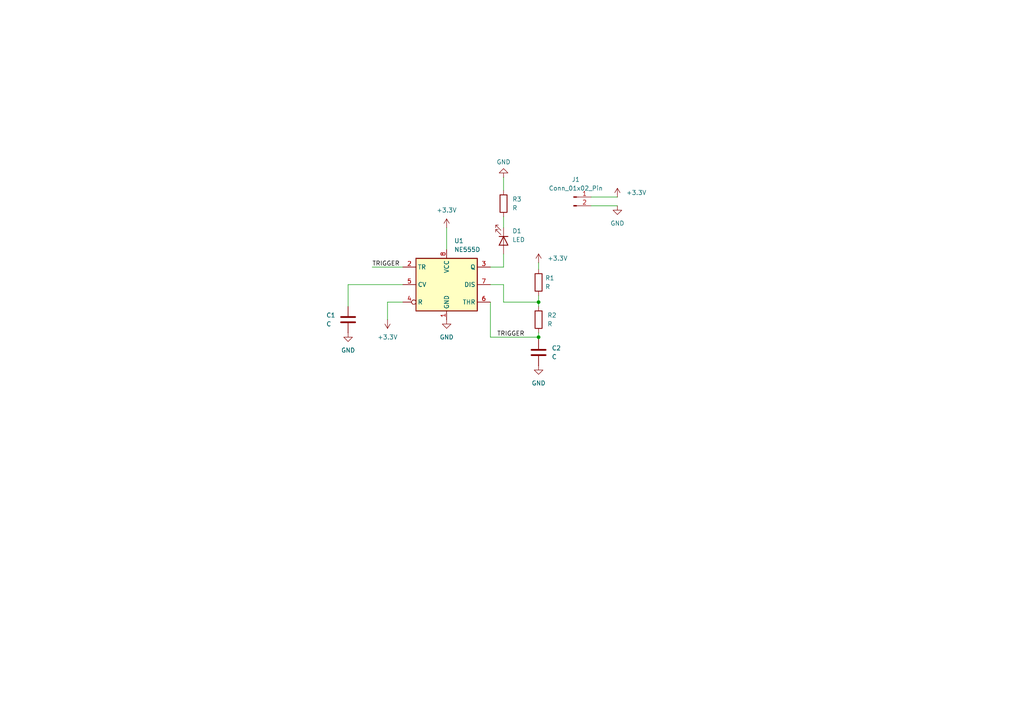
<source format=kicad_sch>
(kicad_sch (version 20231120) (generator "eeschema") (generator_version "8.0")
  (paper "A4")
  (lib_symbols
    (symbol "Connector:Conn_01x02_Pin" (pin_names (offset 1.016) hide)
      (property "Reference" "J" (at 0 2.54 0))
      (property "Value" "Conn_01x02_Pin" (at 0 -5.08 0))
      (symbol "Conn_01x02_Pin_1_1"
        (polyline (pts (xy 1.27 -2.54) (xy 0.8636 -2.54)) (stroke (width 0.1524)))
        (polyline (pts (xy 1.27 0) (xy 0.8636 0)) (stroke (width 0.1524)))
        (rectangle (start 0.8636 -2.413) (end 0 -2.667) (stroke (width 0.1524)) (fill (type outline)))
        (rectangle (start 0.8636 0.127) (end 0 -0.127) (stroke (width 0.1524)) (fill (type outline)))
        (pin passive line (at 5.08 0 180) (length 3.81) (name "Pin_1") (number "1"))
        (pin passive line (at 5.08 -2.54 180) (length 3.81) (name "Pin_2") (number "2"))
      )
    )
    (symbol "Device:C" (pin_numbers hide) (pin_names (offset 0.254))
      (property "Reference" "C" (at 0.635 2.54 0))
      (property "Value" "C" (at 0.635 -2.54 0))
      (symbol "C_0_1"
        (polyline (pts (xy -2.032 -0.762) (xy 2.032 -0.762)) (stroke (width 0.508)))
        (polyline (pts (xy -2.032 0.762) (xy 2.032 0.762)) (stroke (width 0.508)))
      )
      (symbol "C_1_1"
        (pin passive line (at 0 3.81 270) (length 2.794) (name "~") (number "1"))
        (pin passive line (at 0 -3.81 90) (length 2.794) (name "~") (number "2"))
      )
    )
    (symbol "Device:LED" (pin_numbers hide) (pin_names (offset 1.016) hide)
      (property "Reference" "D" (at 0 2.54 0))
      (property "Value" "LED" (at 0 -2.54 0))
      (symbol "LED_0_1"
        (polyline (pts (xy -1.27 -1.27) (xy -1.27 1.27)) (stroke (width 0.254)))
        (polyline (pts (xy -1.27 0) (xy 1.27 0)))
        (polyline (pts (xy 1.27 -1.27) (xy 1.27 1.27) (xy -1.27 0) (xy 1.27 -1.27)) (stroke (width 0.254)))
        (polyline (pts (xy -3.048 -0.762) (xy -4.572 -2.286) (xy -3.81 -2.286) (xy -4.572 -2.286) (xy -4.572 -1.524)))
        (polyline (pts (xy -1.778 -0.762) (xy -3.302 -2.286) (xy -2.54 -2.286) (xy -3.302 -2.286) (xy -3.302 -1.524)))
      )
      (symbol "LED_1_1"
        (pin passive line (at -3.81 0 0) (length 2.54) (name "K") (number "1"))
        (pin passive line (at 3.81 0 180) (length 2.54) (name "A") (number "2"))
      )
    )
    (symbol "Device:R" (pin_numbers hide) (pin_names (offset 0))
      (property "Reference" "R" (at 2.032 0 90))
      (property "Value" "R" (at 0 0 90))
      (symbol "R_0_1"
        (rectangle (start -1.016 -2.54) (end 1.016 2.54) (stroke (width 0.254)))
      )
      (symbol "R_1_1"
        (pin passive line (at 0 3.81 270) (length 1.27) (name "~") (number "1"))
        (pin passive line (at 0 -3.81 90) (length 1.27) (name "~") (number "2"))
      )
    )
    (symbol "Timer:NE555D"
      (property "Reference" "U" (at -10.16 8.89 0))
      (property "Value" "NE555D" (at 2.54 8.89 0))
      (symbol "NE555D_0_0"
        (pin power_in line (at 0 -10.16 90) (length 2.54) (name "GND") (number "1"))
        (pin power_in line (at 0 10.16 270) (length 2.54) (name "VCC") (number "8"))
      )
      (symbol "NE555D_0_1"
        (rectangle (start -8.89 -7.62) (end 8.89 7.62) (stroke (width 0.254)) (fill (type background)))
        (rectangle (start -8.89 -7.62) (end 8.89 7.62) (stroke (width 0.254)) (fill (type background)))
      )
      (symbol "NE555D_1_1"
        (pin input line (at -12.7 5.08 0) (length 3.81) (name "TR") (number "2"))
        (pin output line (at 12.7 5.08 180) (length 3.81) (name "Q") (number "3"))
        (pin input inverted (at -12.7 -5.08 0) (length 3.81) (name "R") (number "4"))
        (pin input line (at -12.7 0 0) (length 3.81) (name "CV") (number "5"))
        (pin input line (at 12.7 -5.08 180) (length 3.81) (name "THR") (number "6"))
        (pin input line (at 12.7 0 180) (length 3.81) (name "DIS") (number "7"))
      )
    )
    (symbol "power:+3.3V" (power) (pin_numbers hide) (pin_names (offset 0) hide)
      (property "Value" "+3.3V" (at 0 3.556 0))
      (symbol "+3.3V_0_1"
        (polyline (pts (xy -0.762 1.27) (xy 0 2.54)))
        (polyline (pts (xy 0 0) (xy 0 2.54)))
        (polyline (pts (xy 0 2.54) (xy 0.762 1.27)))
      )
      (symbol "+3.3V_1_1"
        (pin power_in line (at 0 0 90) (length 0) (name "~") (number "1"))
      )
    )
    (symbol "power:GND" (power) (pin_numbers hide) (pin_names (offset 0) hide)
      (property "Value" "GND" (at 0 -3.81 0))
      (symbol "GND_0_1"
        (polyline (pts (xy 0 0) (xy 0 -1.27) (xy 1.27 -1.27) (xy 0 -2.54) (xy -1.27 -1.27) (xy 0 -1.27)))
      )
      (symbol "GND_1_1"
        (pin power_in line (at 0 0 270) (length 0) (name "~") (number "1"))
      )
    )
  )
  (junction (at 156.21 97.79))
  (junction (at 156.21 87.63))
  (wire (pts (xy 146.05 87.63) (xy 146.05 82.55)))
  (wire (pts (xy 116.84 87.63) (xy 112.395 87.63)))
  (wire (pts (xy 171.45 57.15) (xy 179.07 57.15)))
  (wire (pts (xy 156.21 87.63) (xy 156.21 88.9)))
  (wire (pts (xy 146.05 51.435) (xy 146.05 55.245)))
  (wire (pts (xy 146.05 62.865) (xy 146.05 66.04)))
  (wire (pts (xy 129.54 66.04) (xy 129.54 72.39)))
  (wire (pts (xy 100.965 82.55) (xy 100.965 88.9)))
  (wire (pts (xy 156.21 85.725) (xy 156.21 87.63)))
  (wire (pts (xy 156.21 96.52) (xy 156.21 97.79)))
  (wire (pts (xy 107.95 77.47) (xy 116.84 77.47)))
  (wire (pts (xy 146.05 77.47) (xy 146.05 73.66)))
  (wire (pts (xy 142.24 87.63) (xy 142.24 97.79)))
  (wire (pts (xy 171.45 59.69) (xy 179.07 59.69)))
  (wire (pts (xy 146.05 82.55) (xy 142.24 82.55)))
  (wire (pts (xy 142.24 97.79) (xy 156.21 97.79)))
  (wire (pts (xy 116.84 82.55) (xy 100.965 82.55)))
  (wire (pts (xy 112.395 87.63) (xy 112.395 92.71)))
  (wire (pts (xy 142.24 77.47) (xy 146.05 77.47)))
  (wire (pts (xy 146.05 87.63) (xy 156.21 87.63)))
  (wire (pts (xy 156.21 97.79) (xy 156.21 98.425)))
  (wire (pts (xy 156.21 78.105) (xy 156.21 76.2)))
  (label "TRIGGER" (at 107.95 77.47 0))
  (label "TRIGGER" (at 144.145 97.79 0))
  (symbol (lib_id "Device:LED") (at 146.05 69.85 270) (unit 1)
    (property "Reference" "D1" (at 148.59 66.9924 90) (effects (justify left)))
    (property "Value" "LED" (at 148.59 69.5324 90) (effects (justify left)))
    (property "Footprint" "LED_SMD:LED_1812_4532Metric" (effects (hide yes)))
    (property "Description" "Light emitting diode" (effects (hide yes)))
  )
  (symbol (lib_id "power:GND") (at 179.07 59.69 0) (unit 1)
    (property "Reference" "#PWR08" (effects (hide yes)))
    (property "Value" "GND" (at 179.07 64.77 0))
    (property "Description" "Power symbol creates a global label with name \"GND\" , ground" (effects (hide yes)))
  )
  (symbol (lib_id "power:+3.3V") (at 129.54 66.04 0) (unit 1)
    (property "Reference" "#PWR03" (effects (hide yes)))
    (property "Value" "+3.3V" (at 129.54 60.96 0))
    (property "Description" "Power symbol creates a global label with name \"+3.3V\"" (effects (hide yes)))
  )
  (symbol (lib_id "Device:R") (at 156.21 81.915 180) (unit 1)
    (property "Reference" "R1" (at 158.115 80.6449 0) (effects (justify right)))
    (property "Value" "R" (at 158.115 83.1849 0) (effects (justify right)))
    (property "Footprint" "Resistor_SMD:R_0603_1608Metric" (effects (hide yes)))
    (property "Description" "Resistor" (effects (hide yes)))
  )
  (symbol (lib_id "Device:C") (at 156.21 102.235 0) (unit 1)
    (property "Reference" "C2" (at 160.02 100.9649 0) (effects (justify left)))
    (property "Value" "C" (at 160.02 103.5049 0) (effects (justify left)))
    (property "Footprint" "Capacitor_SMD:C_0603_1608Metric" (effects (hide yes)))
    (property "Description" "Unpolarized capacitor" (effects (hide yes)))
  )
  (symbol (lib_id "power:+3.3V") (at 156.21 76.2 0) (unit 1)
    (property "Reference" "#PWR05" (effects (hide yes)))
    (property "Value" "+3.3V" (at 158.75 74.9299 0) (effects (justify left)))
    (property "Description" "Power symbol creates a global label with name \"+3.3V\"" (effects (hide yes)))
  )
  (symbol (lib_id "Device:C") (at 100.965 92.71 0) (unit 1)
    (property "Reference" "C1" (at 94.615 91.44 0) (effects (justify left)))
    (property "Value" "C" (at 94.615 93.98 0) (effects (justify left)))
    (property "Footprint" "Capacitor_SMD:C_0603_1608Metric" (effects (hide yes)))
    (property "Description" "Unpolarized capacitor" (effects (hide yes)))
  )
  (symbol (lib_id "power:GND") (at 129.54 92.71 0) (unit 1)
    (property "Reference" "#PWR01" (effects (hide yes)))
    (property "Value" "GND" (at 129.54 97.79 0))
    (property "Description" "Power symbol creates a global label with name \"GND\" , ground" (effects (hide yes)))
  )
  (symbol (lib_id "Device:R") (at 146.05 59.055 0) (unit 1)
    (property "Reference" "R3" (at 148.59 57.7849 0) (effects (justify left)))
    (property "Value" "R" (at 148.59 60.3249 0) (effects (justify left)))
    (property "Footprint" "Resistor_SMD:R_0603_1608Metric" (effects (hide yes)))
    (property "Description" "Resistor" (effects (hide yes)))
  )
  (symbol (lib_id "Device:R") (at 156.21 92.71 180) (unit 1)
    (property "Reference" "R2" (at 158.75 91.4399 0) (effects (justify right)))
    (property "Value" "R" (at 158.75 93.9799 0) (effects (justify right)))
    (property "Footprint" "Resistor_SMD:R_0603_1608Metric" (effects (hide yes)))
    (property "Description" "Resistor" (effects (hide yes)))
  )
  (symbol (lib_id "power:+3.3V") (at 179.07 57.15 0) (unit 1)
    (property "Reference" "#PWR09" (effects (hide yes)))
    (property "Value" "+3.3V" (at 181.61 55.8799 0) (effects (justify left)))
    (property "Description" "Power symbol creates a global label with name \"+3.3V\"" (effects (hide yes)))
  )
  (symbol (lib_id "power:+3.3V") (at 112.395 92.71 180) (unit 1)
    (property "Reference" "#PWR04" (effects (hide yes)))
    (property "Value" "+3.3V" (at 112.395 97.79 0))
    (property "Description" "Power symbol creates a global label with name \"+3.3V\"" (effects (hide yes)))
  )
  (symbol (lib_id "power:GND") (at 100.965 96.52 0) (unit 1)
    (property "Reference" "#PWR02" (effects (hide yes)))
    (property "Value" "GND" (at 100.965 101.6 0))
    (property "Description" "Power symbol creates a global label with name \"GND\" , ground" (effects (hide yes)))
  )
  (symbol (lib_id "Connector:Conn_01x02_Pin") (at 166.37 57.15 0) (unit 1)
    (property "Reference" "J1" (at 167.005 52.07 0))
    (property "Value" "Conn_01x02_Pin" (at 167.005 54.61 0))
    (property "Footprint" "Connector:JWT_A3963_1x02_P3.96mm_Vertical" (effects (hide yes)))
    (property "Description" "Generic connector, single row, 01x02, script generated" (effects (hide yes)))
  )
  (symbol (lib_id "power:GND") (at 156.21 106.045 0) (unit 1)
    (property "Reference" "#PWR06" (effects (hide yes)))
    (property "Value" "GND" (at 156.21 111.125 0))
    (property "Description" "Power symbol creates a global label with name \"GND\" , ground" (effects (hide yes)))
  )
  (symbol (lib_id "Timer:NE555D") (at 129.54 82.55 0) (unit 1)
    (property "Reference" "U1" (at 131.7341 69.85 0) (effects (justify left)))
    (property "Value" "NE555D" (at 131.7341 72.39 0) (effects (justify left)))
    (property "Footprint" "Package_SO:SOIC-8_3.9x4.9mm_P1.27mm" (effects (hide yes)))
    (property "Datasheet" "http://www.ti.com/lit/ds/symlink/ne555.pdf" (effects (hide yes)))
    (property "Description" "Precision Timers, 555 compatible, SOIC-8" (effects (hide yes)))
  )
  (symbol (lib_id "power:GND") (at 146.05 51.435 180) (unit 1)
    (property "Reference" "#PWR07" (effects (hide yes)))
    (property "Value" "GND" (at 146.05 46.99 0))
    (property "Description" "Power symbol creates a global label with name \"GND\" , ground" (effects (hide yes)))
  )
)
</source>
